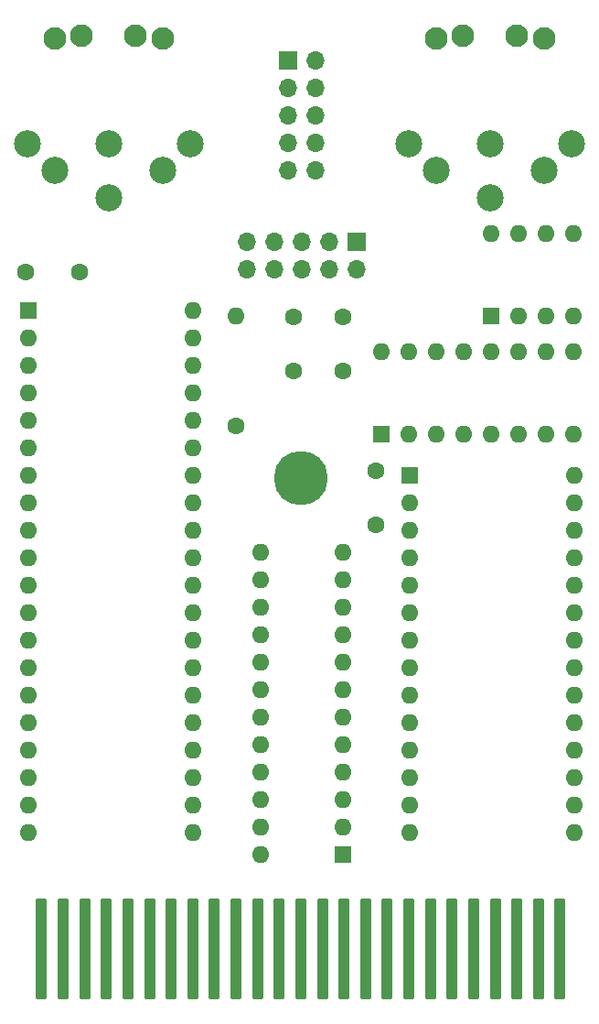
<source format=gbs>
%TF.GenerationSoftware,KiCad,Pcbnew,(6.0.11)*%
%TF.CreationDate,2025-04-20T17:45:05+02:00*%
%TF.ProjectId,burstcart,62757273-7463-4617-9274-2e6b69636164,1.0*%
%TF.SameCoordinates,Original*%
%TF.FileFunction,Soldermask,Bot*%
%TF.FilePolarity,Negative*%
%FSLAX46Y46*%
G04 Gerber Fmt 4.6, Leading zero omitted, Abs format (unit mm)*
G04 Created by KiCad (PCBNEW (6.0.11)) date 2025-04-20 17:45:05*
%MOMM*%
%LPD*%
G01*
G04 APERTURE LIST*
G04 Aperture macros list*
%AMRoundRect*
0 Rectangle with rounded corners*
0 $1 Rounding radius*
0 $2 $3 $4 $5 $6 $7 $8 $9 X,Y pos of 4 corners*
0 Add a 4 corners polygon primitive as box body*
4,1,4,$2,$3,$4,$5,$6,$7,$8,$9,$2,$3,0*
0 Add four circle primitives for the rounded corners*
1,1,$1+$1,$2,$3*
1,1,$1+$1,$4,$5*
1,1,$1+$1,$6,$7*
1,1,$1+$1,$8,$9*
0 Add four rect primitives between the rounded corners*
20,1,$1+$1,$2,$3,$4,$5,0*
20,1,$1+$1,$4,$5,$6,$7,0*
20,1,$1+$1,$6,$7,$8,$9,0*
20,1,$1+$1,$8,$9,$2,$3,0*%
G04 Aperture macros list end*
%ADD10C,1.600000*%
%ADD11R,1.700000X1.700000*%
%ADD12O,1.700000X1.700000*%
%ADD13C,2.100000*%
%ADD14C,2.500000*%
%ADD15R,1.600000X1.600000*%
%ADD16O,1.600000X1.600000*%
%ADD17C,5.000000*%
%ADD18RoundRect,0.163300X-0.337500X-4.512500X0.337500X-4.512500X0.337500X4.512500X-0.337500X4.512500X0*%
G04 APERTURE END LIST*
D10*
%TO.C,C3*%
X127762000Y-75184000D03*
X122762000Y-75184000D03*
%TD*%
D11*
%TO.C,J3*%
X147066000Y-55626000D03*
D12*
X149606000Y-55626000D03*
X147066000Y-58166000D03*
X149606000Y-58166000D03*
X147066000Y-60706000D03*
X149606000Y-60706000D03*
X147066000Y-63246000D03*
X149606000Y-63246000D03*
X147066000Y-65786000D03*
X149606000Y-65786000D03*
%TD*%
D13*
%TO.C,J1*%
X127976000Y-53294000D03*
X125476000Y-53594000D03*
X132976000Y-53294000D03*
X135476000Y-53594000D03*
D14*
X122976000Y-63294000D03*
X125476000Y-65794000D03*
X130476000Y-63294000D03*
X135476000Y-65794000D03*
X137976000Y-63294000D03*
X130476000Y-68294000D03*
%TD*%
D15*
%TO.C,U1*%
X158375000Y-93965000D03*
D16*
X158375000Y-96505000D03*
X158375000Y-99045000D03*
X158375000Y-101585000D03*
X158375000Y-104125000D03*
X158375000Y-106665000D03*
X158375000Y-109205000D03*
X158375000Y-111745000D03*
X158375000Y-114285000D03*
X158375000Y-116825000D03*
X158375000Y-119365000D03*
X158375000Y-121905000D03*
X158375000Y-124445000D03*
X158375000Y-126985000D03*
X173615000Y-126985000D03*
X173615000Y-124445000D03*
X173615000Y-121905000D03*
X173615000Y-119365000D03*
X173615000Y-116825000D03*
X173615000Y-114285000D03*
X173615000Y-111745000D03*
X173615000Y-109205000D03*
X173615000Y-106665000D03*
X173615000Y-104125000D03*
X173615000Y-101585000D03*
X173615000Y-99045000D03*
X173615000Y-96505000D03*
X173615000Y-93965000D03*
%TD*%
D10*
%TO.C,C4*%
X155194000Y-98512000D03*
X155194000Y-93512000D03*
%TD*%
%TO.C,C5*%
X147574000Y-84288000D03*
X147574000Y-79288000D03*
%TD*%
D15*
%TO.C,U5*%
X165872000Y-79238000D03*
D16*
X168412000Y-79238000D03*
X170952000Y-79238000D03*
X173492000Y-79238000D03*
X173492000Y-71618000D03*
X170952000Y-71618000D03*
X168412000Y-71618000D03*
X165872000Y-71618000D03*
%TD*%
D15*
%TO.C,U2*%
X155692000Y-90160000D03*
D16*
X158232000Y-90160000D03*
X160772000Y-90160000D03*
X163312000Y-90160000D03*
X165852000Y-90160000D03*
X168392000Y-90160000D03*
X170932000Y-90160000D03*
X173472000Y-90160000D03*
X173472000Y-82540000D03*
X170932000Y-82540000D03*
X168392000Y-82540000D03*
X165852000Y-82540000D03*
X163312000Y-82540000D03*
X160772000Y-82540000D03*
X158232000Y-82540000D03*
X155692000Y-82540000D03*
%TD*%
D17*
%TO.C,U$1*%
X148253100Y-94259600D03*
D18*
X124253100Y-137759600D03*
X168253100Y-137759600D03*
X126253100Y-137759600D03*
X170253100Y-137759600D03*
X128253100Y-137759600D03*
X172253100Y-137759600D03*
X130253100Y-137759600D03*
X132253100Y-137759600D03*
X134253100Y-137759600D03*
X136253100Y-137759600D03*
X138253100Y-137759600D03*
X140253100Y-137759600D03*
X142253100Y-137759600D03*
X144253100Y-137759600D03*
X146253100Y-137759600D03*
X148253100Y-137759600D03*
X150253100Y-137759600D03*
X152253100Y-137759600D03*
X154253100Y-137759600D03*
X156253100Y-137759600D03*
X158253100Y-137759600D03*
X160253100Y-137759600D03*
X162253100Y-137759600D03*
X164253100Y-137759600D03*
X166253100Y-137759600D03*
%TD*%
D11*
%TO.C,J4*%
X153411000Y-72385000D03*
D12*
X153411000Y-74925000D03*
X150871000Y-72385000D03*
X150871000Y-74925000D03*
X148331000Y-72385000D03*
X148331000Y-74925000D03*
X145791000Y-72385000D03*
X145791000Y-74925000D03*
X143251000Y-72385000D03*
X143251000Y-74925000D03*
%TD*%
D15*
%TO.C,U4*%
X152146000Y-129032000D03*
D16*
X152146000Y-126492000D03*
X152146000Y-123952000D03*
X152146000Y-121412000D03*
X152146000Y-118872000D03*
X152146000Y-116332000D03*
X152146000Y-113792000D03*
X152146000Y-111252000D03*
X152146000Y-108712000D03*
X152146000Y-106172000D03*
X152146000Y-103632000D03*
X152146000Y-101092000D03*
X144526000Y-101092000D03*
X144526000Y-103632000D03*
X144526000Y-106172000D03*
X144526000Y-108712000D03*
X144526000Y-111252000D03*
X144526000Y-113792000D03*
X144526000Y-116332000D03*
X144526000Y-118872000D03*
X144526000Y-121412000D03*
X144526000Y-123952000D03*
X144526000Y-126492000D03*
X144526000Y-129032000D03*
%TD*%
D10*
%TO.C,C2*%
X152146000Y-84328000D03*
X152146000Y-79328000D03*
%TD*%
D15*
%TO.C,U3*%
X123000000Y-78740000D03*
D16*
X123000000Y-81280000D03*
X123000000Y-83820000D03*
X123000000Y-86360000D03*
X123000000Y-88900000D03*
X123000000Y-91440000D03*
X123000000Y-93980000D03*
X123000000Y-96520000D03*
X123000000Y-99060000D03*
X123000000Y-101600000D03*
X123000000Y-104140000D03*
X123000000Y-106680000D03*
X123000000Y-109220000D03*
X123000000Y-111760000D03*
X123000000Y-114300000D03*
X123000000Y-116840000D03*
X123000000Y-119380000D03*
X123000000Y-121920000D03*
X123000000Y-124460000D03*
X123000000Y-127000000D03*
X138240000Y-127000000D03*
X138240000Y-124460000D03*
X138240000Y-121920000D03*
X138240000Y-119380000D03*
X138240000Y-116840000D03*
X138240000Y-114300000D03*
X138240000Y-111760000D03*
X138240000Y-109220000D03*
X138240000Y-106680000D03*
X138240000Y-104140000D03*
X138240000Y-101600000D03*
X138240000Y-99060000D03*
X138240000Y-96520000D03*
X138240000Y-93980000D03*
X138240000Y-91440000D03*
X138240000Y-88900000D03*
X138240000Y-86360000D03*
X138240000Y-83820000D03*
X138240000Y-81280000D03*
X138240000Y-78740000D03*
%TD*%
D10*
%TO.C,R1*%
X142240000Y-89408000D03*
D16*
X142240000Y-79248000D03*
%TD*%
D13*
%TO.C,J2*%
X163282000Y-53294000D03*
X160782000Y-53594000D03*
X170782000Y-53594000D03*
X168282000Y-53294000D03*
D14*
X158282000Y-63294000D03*
X160782000Y-65794000D03*
X165782000Y-63294000D03*
X170782000Y-65794000D03*
X173282000Y-63294000D03*
X165782000Y-68294000D03*
%TD*%
M02*

</source>
